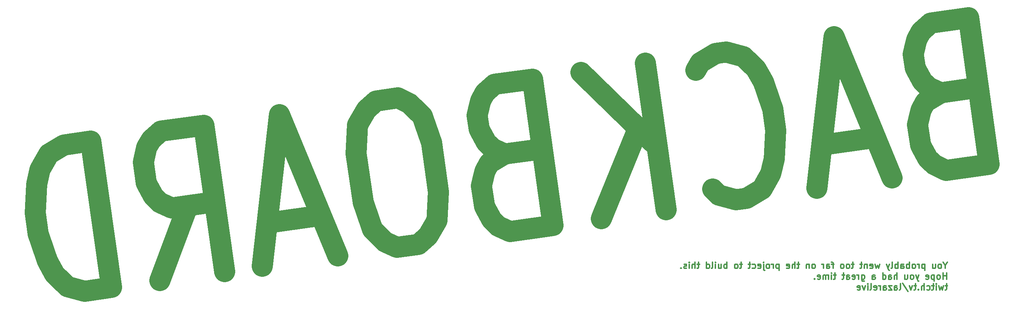
<source format=gbr>
G04 #@! TF.GenerationSoftware,KiCad,Pcbnew,(5.1.5)-3*
G04 #@! TF.CreationDate,2021-08-02T21:39:13+02:00*
G04 #@! TF.ProjectId,AnalogDrum_Backboard,416e616c-6f67-4447-9275-6d5f4261636b,rev?*
G04 #@! TF.SameCoordinates,Original*
G04 #@! TF.FileFunction,Legend,Bot*
G04 #@! TF.FilePolarity,Positive*
%FSLAX46Y46*%
G04 Gerber Fmt 4.6, Leading zero omitted, Abs format (unit mm)*
G04 Created by KiCad (PCBNEW (5.1.5)-3) date 2021-08-02 21:39:13*
%MOMM*%
%LPD*%
G04 APERTURE LIST*
%ADD10C,0.300000*%
%ADD11C,5.000000*%
G04 APERTURE END LIST*
D10*
X239192142Y-109174285D02*
X239192142Y-109888571D01*
X239692142Y-108388571D02*
X239192142Y-109174285D01*
X238692142Y-108388571D01*
X237977857Y-109888571D02*
X238120714Y-109817142D01*
X238192142Y-109745714D01*
X238263571Y-109602857D01*
X238263571Y-109174285D01*
X238192142Y-109031428D01*
X238120714Y-108960000D01*
X237977857Y-108888571D01*
X237763571Y-108888571D01*
X237620714Y-108960000D01*
X237549285Y-109031428D01*
X237477857Y-109174285D01*
X237477857Y-109602857D01*
X237549285Y-109745714D01*
X237620714Y-109817142D01*
X237763571Y-109888571D01*
X237977857Y-109888571D01*
X236192142Y-108888571D02*
X236192142Y-109888571D01*
X236835000Y-108888571D02*
X236835000Y-109674285D01*
X236763571Y-109817142D01*
X236620714Y-109888571D01*
X236406428Y-109888571D01*
X236263571Y-109817142D01*
X236192142Y-109745714D01*
X234335000Y-108888571D02*
X234335000Y-110388571D01*
X234335000Y-108960000D02*
X234192142Y-108888571D01*
X233906428Y-108888571D01*
X233763571Y-108960000D01*
X233692142Y-109031428D01*
X233620714Y-109174285D01*
X233620714Y-109602857D01*
X233692142Y-109745714D01*
X233763571Y-109817142D01*
X233906428Y-109888571D01*
X234192142Y-109888571D01*
X234335000Y-109817142D01*
X232977857Y-109888571D02*
X232977857Y-108888571D01*
X232977857Y-109174285D02*
X232906428Y-109031428D01*
X232835000Y-108960000D01*
X232692142Y-108888571D01*
X232549285Y-108888571D01*
X231835000Y-109888571D02*
X231977857Y-109817142D01*
X232049285Y-109745714D01*
X232120714Y-109602857D01*
X232120714Y-109174285D01*
X232049285Y-109031428D01*
X231977857Y-108960000D01*
X231835000Y-108888571D01*
X231620714Y-108888571D01*
X231477857Y-108960000D01*
X231406428Y-109031428D01*
X231335000Y-109174285D01*
X231335000Y-109602857D01*
X231406428Y-109745714D01*
X231477857Y-109817142D01*
X231620714Y-109888571D01*
X231835000Y-109888571D01*
X230692142Y-109888571D02*
X230692142Y-108388571D01*
X230692142Y-108960000D02*
X230549285Y-108888571D01*
X230263571Y-108888571D01*
X230120714Y-108960000D01*
X230049285Y-109031428D01*
X229977857Y-109174285D01*
X229977857Y-109602857D01*
X230049285Y-109745714D01*
X230120714Y-109817142D01*
X230263571Y-109888571D01*
X230549285Y-109888571D01*
X230692142Y-109817142D01*
X228692142Y-109888571D02*
X228692142Y-109102857D01*
X228763571Y-108960000D01*
X228906428Y-108888571D01*
X229192142Y-108888571D01*
X229335000Y-108960000D01*
X228692142Y-109817142D02*
X228835000Y-109888571D01*
X229192142Y-109888571D01*
X229335000Y-109817142D01*
X229406428Y-109674285D01*
X229406428Y-109531428D01*
X229335000Y-109388571D01*
X229192142Y-109317142D01*
X228835000Y-109317142D01*
X228692142Y-109245714D01*
X227977857Y-109888571D02*
X227977857Y-108388571D01*
X227977857Y-108960000D02*
X227835000Y-108888571D01*
X227549285Y-108888571D01*
X227406428Y-108960000D01*
X227335000Y-109031428D01*
X227263571Y-109174285D01*
X227263571Y-109602857D01*
X227335000Y-109745714D01*
X227406428Y-109817142D01*
X227549285Y-109888571D01*
X227835000Y-109888571D01*
X227977857Y-109817142D01*
X226406428Y-109888571D02*
X226549285Y-109817142D01*
X226620714Y-109674285D01*
X226620714Y-108388571D01*
X225977857Y-108888571D02*
X225620714Y-109888571D01*
X225263571Y-108888571D02*
X225620714Y-109888571D01*
X225763571Y-110245714D01*
X225835000Y-110317142D01*
X225977857Y-110388571D01*
X223692142Y-108888571D02*
X223406428Y-109888571D01*
X223120714Y-109174285D01*
X222835000Y-109888571D01*
X222549285Y-108888571D01*
X221406428Y-109817142D02*
X221549285Y-109888571D01*
X221835000Y-109888571D01*
X221977857Y-109817142D01*
X222049285Y-109674285D01*
X222049285Y-109102857D01*
X221977857Y-108960000D01*
X221835000Y-108888571D01*
X221549285Y-108888571D01*
X221406428Y-108960000D01*
X221335000Y-109102857D01*
X221335000Y-109245714D01*
X222049285Y-109388571D01*
X220692142Y-108888571D02*
X220692142Y-109888571D01*
X220692142Y-109031428D02*
X220620714Y-108960000D01*
X220477857Y-108888571D01*
X220263571Y-108888571D01*
X220120714Y-108960000D01*
X220049285Y-109102857D01*
X220049285Y-109888571D01*
X219549285Y-108888571D02*
X218977857Y-108888571D01*
X219335000Y-108388571D02*
X219335000Y-109674285D01*
X219263571Y-109817142D01*
X219120714Y-109888571D01*
X218977857Y-109888571D01*
X217549285Y-108888571D02*
X216977857Y-108888571D01*
X217335000Y-108388571D02*
X217335000Y-109674285D01*
X217263571Y-109817142D01*
X217120714Y-109888571D01*
X216977857Y-109888571D01*
X216263571Y-109888571D02*
X216406428Y-109817142D01*
X216477857Y-109745714D01*
X216549285Y-109602857D01*
X216549285Y-109174285D01*
X216477857Y-109031428D01*
X216406428Y-108960000D01*
X216263571Y-108888571D01*
X216049285Y-108888571D01*
X215906428Y-108960000D01*
X215835000Y-109031428D01*
X215763571Y-109174285D01*
X215763571Y-109602857D01*
X215835000Y-109745714D01*
X215906428Y-109817142D01*
X216049285Y-109888571D01*
X216263571Y-109888571D01*
X214906428Y-109888571D02*
X215049285Y-109817142D01*
X215120714Y-109745714D01*
X215192142Y-109602857D01*
X215192142Y-109174285D01*
X215120714Y-109031428D01*
X215049285Y-108960000D01*
X214906428Y-108888571D01*
X214692142Y-108888571D01*
X214549285Y-108960000D01*
X214477857Y-109031428D01*
X214406428Y-109174285D01*
X214406428Y-109602857D01*
X214477857Y-109745714D01*
X214549285Y-109817142D01*
X214692142Y-109888571D01*
X214906428Y-109888571D01*
X212835000Y-108888571D02*
X212263571Y-108888571D01*
X212620714Y-109888571D02*
X212620714Y-108602857D01*
X212549285Y-108460000D01*
X212406428Y-108388571D01*
X212263571Y-108388571D01*
X211120714Y-109888571D02*
X211120714Y-109102857D01*
X211192142Y-108960000D01*
X211335000Y-108888571D01*
X211620714Y-108888571D01*
X211763571Y-108960000D01*
X211120714Y-109817142D02*
X211263571Y-109888571D01*
X211620714Y-109888571D01*
X211763571Y-109817142D01*
X211835000Y-109674285D01*
X211835000Y-109531428D01*
X211763571Y-109388571D01*
X211620714Y-109317142D01*
X211263571Y-109317142D01*
X211120714Y-109245714D01*
X210406428Y-109888571D02*
X210406428Y-108888571D01*
X210406428Y-109174285D02*
X210335000Y-109031428D01*
X210263571Y-108960000D01*
X210120714Y-108888571D01*
X209977857Y-108888571D01*
X208120714Y-109888571D02*
X208263571Y-109817142D01*
X208335000Y-109745714D01*
X208406428Y-109602857D01*
X208406428Y-109174285D01*
X208335000Y-109031428D01*
X208263571Y-108960000D01*
X208120714Y-108888571D01*
X207906428Y-108888571D01*
X207763571Y-108960000D01*
X207692142Y-109031428D01*
X207620714Y-109174285D01*
X207620714Y-109602857D01*
X207692142Y-109745714D01*
X207763571Y-109817142D01*
X207906428Y-109888571D01*
X208120714Y-109888571D01*
X206977857Y-108888571D02*
X206977857Y-109888571D01*
X206977857Y-109031428D02*
X206906428Y-108960000D01*
X206763571Y-108888571D01*
X206549285Y-108888571D01*
X206406428Y-108960000D01*
X206335000Y-109102857D01*
X206335000Y-109888571D01*
X204692142Y-108888571D02*
X204120714Y-108888571D01*
X204477857Y-108388571D02*
X204477857Y-109674285D01*
X204406428Y-109817142D01*
X204263571Y-109888571D01*
X204120714Y-109888571D01*
X203620714Y-109888571D02*
X203620714Y-108388571D01*
X202977857Y-109888571D02*
X202977857Y-109102857D01*
X203049285Y-108960000D01*
X203192142Y-108888571D01*
X203406428Y-108888571D01*
X203549285Y-108960000D01*
X203620714Y-109031428D01*
X201692142Y-109817142D02*
X201835000Y-109888571D01*
X202120714Y-109888571D01*
X202263571Y-109817142D01*
X202335000Y-109674285D01*
X202335000Y-109102857D01*
X202263571Y-108960000D01*
X202120714Y-108888571D01*
X201835000Y-108888571D01*
X201692142Y-108960000D01*
X201620714Y-109102857D01*
X201620714Y-109245714D01*
X202335000Y-109388571D01*
X199835000Y-108888571D02*
X199835000Y-110388571D01*
X199835000Y-108960000D02*
X199692142Y-108888571D01*
X199406428Y-108888571D01*
X199263571Y-108960000D01*
X199192142Y-109031428D01*
X199120714Y-109174285D01*
X199120714Y-109602857D01*
X199192142Y-109745714D01*
X199263571Y-109817142D01*
X199406428Y-109888571D01*
X199692142Y-109888571D01*
X199835000Y-109817142D01*
X198477857Y-109888571D02*
X198477857Y-108888571D01*
X198477857Y-109174285D02*
X198406428Y-109031428D01*
X198335000Y-108960000D01*
X198192142Y-108888571D01*
X198049285Y-108888571D01*
X197335000Y-109888571D02*
X197477857Y-109817142D01*
X197549285Y-109745714D01*
X197620714Y-109602857D01*
X197620714Y-109174285D01*
X197549285Y-109031428D01*
X197477857Y-108960000D01*
X197335000Y-108888571D01*
X197120714Y-108888571D01*
X196977857Y-108960000D01*
X196906428Y-109031428D01*
X196835000Y-109174285D01*
X196835000Y-109602857D01*
X196906428Y-109745714D01*
X196977857Y-109817142D01*
X197120714Y-109888571D01*
X197335000Y-109888571D01*
X196192142Y-108888571D02*
X196192142Y-110174285D01*
X196263571Y-110317142D01*
X196406428Y-110388571D01*
X196477857Y-110388571D01*
X196192142Y-108388571D02*
X196263571Y-108460000D01*
X196192142Y-108531428D01*
X196120714Y-108460000D01*
X196192142Y-108388571D01*
X196192142Y-108531428D01*
X194906428Y-109817142D02*
X195049285Y-109888571D01*
X195335000Y-109888571D01*
X195477857Y-109817142D01*
X195549285Y-109674285D01*
X195549285Y-109102857D01*
X195477857Y-108960000D01*
X195335000Y-108888571D01*
X195049285Y-108888571D01*
X194906428Y-108960000D01*
X194835000Y-109102857D01*
X194835000Y-109245714D01*
X195549285Y-109388571D01*
X193549285Y-109817142D02*
X193692142Y-109888571D01*
X193977857Y-109888571D01*
X194120714Y-109817142D01*
X194192142Y-109745714D01*
X194263571Y-109602857D01*
X194263571Y-109174285D01*
X194192142Y-109031428D01*
X194120714Y-108960000D01*
X193977857Y-108888571D01*
X193692142Y-108888571D01*
X193549285Y-108960000D01*
X193120714Y-108888571D02*
X192549285Y-108888571D01*
X192906428Y-108388571D02*
X192906428Y-109674285D01*
X192835000Y-109817142D01*
X192692142Y-109888571D01*
X192549285Y-109888571D01*
X191120714Y-108888571D02*
X190549285Y-108888571D01*
X190906428Y-108388571D02*
X190906428Y-109674285D01*
X190835000Y-109817142D01*
X190692142Y-109888571D01*
X190549285Y-109888571D01*
X189835000Y-109888571D02*
X189977857Y-109817142D01*
X190049285Y-109745714D01*
X190120714Y-109602857D01*
X190120714Y-109174285D01*
X190049285Y-109031428D01*
X189977857Y-108960000D01*
X189835000Y-108888571D01*
X189620714Y-108888571D01*
X189477857Y-108960000D01*
X189406428Y-109031428D01*
X189335000Y-109174285D01*
X189335000Y-109602857D01*
X189406428Y-109745714D01*
X189477857Y-109817142D01*
X189620714Y-109888571D01*
X189835000Y-109888571D01*
X187549285Y-109888571D02*
X187549285Y-108388571D01*
X187549285Y-108960000D02*
X187406428Y-108888571D01*
X187120714Y-108888571D01*
X186977857Y-108960000D01*
X186906428Y-109031428D01*
X186835000Y-109174285D01*
X186835000Y-109602857D01*
X186906428Y-109745714D01*
X186977857Y-109817142D01*
X187120714Y-109888571D01*
X187406428Y-109888571D01*
X187549285Y-109817142D01*
X185549285Y-108888571D02*
X185549285Y-109888571D01*
X186192142Y-108888571D02*
X186192142Y-109674285D01*
X186120714Y-109817142D01*
X185977857Y-109888571D01*
X185763571Y-109888571D01*
X185620714Y-109817142D01*
X185549285Y-109745714D01*
X184835000Y-109888571D02*
X184835000Y-108888571D01*
X184835000Y-108388571D02*
X184906428Y-108460000D01*
X184835000Y-108531428D01*
X184763571Y-108460000D01*
X184835000Y-108388571D01*
X184835000Y-108531428D01*
X183906428Y-109888571D02*
X184049285Y-109817142D01*
X184120714Y-109674285D01*
X184120714Y-108388571D01*
X182692142Y-109888571D02*
X182692142Y-108388571D01*
X182692142Y-109817142D02*
X182835000Y-109888571D01*
X183120714Y-109888571D01*
X183263571Y-109817142D01*
X183335000Y-109745714D01*
X183406428Y-109602857D01*
X183406428Y-109174285D01*
X183335000Y-109031428D01*
X183263571Y-108960000D01*
X183120714Y-108888571D01*
X182835000Y-108888571D01*
X182692142Y-108960000D01*
X181049285Y-108888571D02*
X180477857Y-108888571D01*
X180835000Y-108388571D02*
X180835000Y-109674285D01*
X180763571Y-109817142D01*
X180620714Y-109888571D01*
X180477857Y-109888571D01*
X179977857Y-109888571D02*
X179977857Y-108388571D01*
X179335000Y-109888571D02*
X179335000Y-109102857D01*
X179406428Y-108960000D01*
X179549285Y-108888571D01*
X179763571Y-108888571D01*
X179906428Y-108960000D01*
X179977857Y-109031428D01*
X178620714Y-109888571D02*
X178620714Y-108888571D01*
X178620714Y-108388571D02*
X178692142Y-108460000D01*
X178620714Y-108531428D01*
X178549285Y-108460000D01*
X178620714Y-108388571D01*
X178620714Y-108531428D01*
X177977857Y-109817142D02*
X177835000Y-109888571D01*
X177549285Y-109888571D01*
X177406428Y-109817142D01*
X177335000Y-109674285D01*
X177335000Y-109602857D01*
X177406428Y-109460000D01*
X177549285Y-109388571D01*
X177763571Y-109388571D01*
X177906428Y-109317142D01*
X177977857Y-109174285D01*
X177977857Y-109102857D01*
X177906428Y-108960000D01*
X177763571Y-108888571D01*
X177549285Y-108888571D01*
X177406428Y-108960000D01*
X176692142Y-109745714D02*
X176620714Y-109817142D01*
X176692142Y-109888571D01*
X176763571Y-109817142D01*
X176692142Y-109745714D01*
X176692142Y-109888571D01*
X239477857Y-112438571D02*
X239477857Y-110938571D01*
X239477857Y-111652857D02*
X238620714Y-111652857D01*
X238620714Y-112438571D02*
X238620714Y-110938571D01*
X237692142Y-112438571D02*
X237835000Y-112367142D01*
X237906428Y-112295714D01*
X237977857Y-112152857D01*
X237977857Y-111724285D01*
X237906428Y-111581428D01*
X237835000Y-111510000D01*
X237692142Y-111438571D01*
X237477857Y-111438571D01*
X237335000Y-111510000D01*
X237263571Y-111581428D01*
X237192142Y-111724285D01*
X237192142Y-112152857D01*
X237263571Y-112295714D01*
X237335000Y-112367142D01*
X237477857Y-112438571D01*
X237692142Y-112438571D01*
X236549285Y-111438571D02*
X236549285Y-112938571D01*
X236549285Y-111510000D02*
X236406428Y-111438571D01*
X236120714Y-111438571D01*
X235977857Y-111510000D01*
X235906428Y-111581428D01*
X235835000Y-111724285D01*
X235835000Y-112152857D01*
X235906428Y-112295714D01*
X235977857Y-112367142D01*
X236120714Y-112438571D01*
X236406428Y-112438571D01*
X236549285Y-112367142D01*
X234620714Y-112367142D02*
X234763571Y-112438571D01*
X235049285Y-112438571D01*
X235192142Y-112367142D01*
X235263571Y-112224285D01*
X235263571Y-111652857D01*
X235192142Y-111510000D01*
X235049285Y-111438571D01*
X234763571Y-111438571D01*
X234620714Y-111510000D01*
X234549285Y-111652857D01*
X234549285Y-111795714D01*
X235263571Y-111938571D01*
X232906428Y-111438571D02*
X232549285Y-112438571D01*
X232192142Y-111438571D02*
X232549285Y-112438571D01*
X232692142Y-112795714D01*
X232763571Y-112867142D01*
X232906428Y-112938571D01*
X231406428Y-112438571D02*
X231549285Y-112367142D01*
X231620714Y-112295714D01*
X231692142Y-112152857D01*
X231692142Y-111724285D01*
X231620714Y-111581428D01*
X231549285Y-111510000D01*
X231406428Y-111438571D01*
X231192142Y-111438571D01*
X231049285Y-111510000D01*
X230977857Y-111581428D01*
X230906428Y-111724285D01*
X230906428Y-112152857D01*
X230977857Y-112295714D01*
X231049285Y-112367142D01*
X231192142Y-112438571D01*
X231406428Y-112438571D01*
X229620714Y-111438571D02*
X229620714Y-112438571D01*
X230263571Y-111438571D02*
X230263571Y-112224285D01*
X230192142Y-112367142D01*
X230049285Y-112438571D01*
X229835000Y-112438571D01*
X229692142Y-112367142D01*
X229620714Y-112295714D01*
X227763571Y-112438571D02*
X227763571Y-110938571D01*
X227120714Y-112438571D02*
X227120714Y-111652857D01*
X227192142Y-111510000D01*
X227335000Y-111438571D01*
X227549285Y-111438571D01*
X227692142Y-111510000D01*
X227763571Y-111581428D01*
X225763571Y-112438571D02*
X225763571Y-111652857D01*
X225835000Y-111510000D01*
X225977857Y-111438571D01*
X226263571Y-111438571D01*
X226406428Y-111510000D01*
X225763571Y-112367142D02*
X225906428Y-112438571D01*
X226263571Y-112438571D01*
X226406428Y-112367142D01*
X226477857Y-112224285D01*
X226477857Y-112081428D01*
X226406428Y-111938571D01*
X226263571Y-111867142D01*
X225906428Y-111867142D01*
X225763571Y-111795714D01*
X224406428Y-112438571D02*
X224406428Y-110938571D01*
X224406428Y-112367142D02*
X224549285Y-112438571D01*
X224835000Y-112438571D01*
X224977857Y-112367142D01*
X225049285Y-112295714D01*
X225120714Y-112152857D01*
X225120714Y-111724285D01*
X225049285Y-111581428D01*
X224977857Y-111510000D01*
X224835000Y-111438571D01*
X224549285Y-111438571D01*
X224406428Y-111510000D01*
X221906428Y-112438571D02*
X221906428Y-111652857D01*
X221977857Y-111510000D01*
X222120714Y-111438571D01*
X222406428Y-111438571D01*
X222549285Y-111510000D01*
X221906428Y-112367142D02*
X222049285Y-112438571D01*
X222406428Y-112438571D01*
X222549285Y-112367142D01*
X222620714Y-112224285D01*
X222620714Y-112081428D01*
X222549285Y-111938571D01*
X222406428Y-111867142D01*
X222049285Y-111867142D01*
X221906428Y-111795714D01*
X219406428Y-111438571D02*
X219406428Y-112652857D01*
X219477857Y-112795714D01*
X219549285Y-112867142D01*
X219692142Y-112938571D01*
X219906428Y-112938571D01*
X220049285Y-112867142D01*
X219406428Y-112367142D02*
X219549285Y-112438571D01*
X219835000Y-112438571D01*
X219977857Y-112367142D01*
X220049285Y-112295714D01*
X220120714Y-112152857D01*
X220120714Y-111724285D01*
X220049285Y-111581428D01*
X219977857Y-111510000D01*
X219835000Y-111438571D01*
X219549285Y-111438571D01*
X219406428Y-111510000D01*
X218692142Y-112438571D02*
X218692142Y-111438571D01*
X218692142Y-111724285D02*
X218620714Y-111581428D01*
X218549285Y-111510000D01*
X218406428Y-111438571D01*
X218263571Y-111438571D01*
X217192142Y-112367142D02*
X217335000Y-112438571D01*
X217620714Y-112438571D01*
X217763571Y-112367142D01*
X217835000Y-112224285D01*
X217835000Y-111652857D01*
X217763571Y-111510000D01*
X217620714Y-111438571D01*
X217335000Y-111438571D01*
X217192142Y-111510000D01*
X217120714Y-111652857D01*
X217120714Y-111795714D01*
X217835000Y-111938571D01*
X215835000Y-112438571D02*
X215835000Y-111652857D01*
X215906428Y-111510000D01*
X216049285Y-111438571D01*
X216335000Y-111438571D01*
X216477857Y-111510000D01*
X215835000Y-112367142D02*
X215977857Y-112438571D01*
X216335000Y-112438571D01*
X216477857Y-112367142D01*
X216549285Y-112224285D01*
X216549285Y-112081428D01*
X216477857Y-111938571D01*
X216335000Y-111867142D01*
X215977857Y-111867142D01*
X215835000Y-111795714D01*
X215335000Y-111438571D02*
X214763571Y-111438571D01*
X215120714Y-110938571D02*
X215120714Y-112224285D01*
X215049285Y-112367142D01*
X214906428Y-112438571D01*
X214763571Y-112438571D01*
X213335000Y-111438571D02*
X212763571Y-111438571D01*
X213120714Y-110938571D02*
X213120714Y-112224285D01*
X213049285Y-112367142D01*
X212906428Y-112438571D01*
X212763571Y-112438571D01*
X212263571Y-112438571D02*
X212263571Y-111438571D01*
X212263571Y-110938571D02*
X212335000Y-111010000D01*
X212263571Y-111081428D01*
X212192142Y-111010000D01*
X212263571Y-110938571D01*
X212263571Y-111081428D01*
X211549285Y-112438571D02*
X211549285Y-111438571D01*
X211549285Y-111581428D02*
X211477857Y-111510000D01*
X211335000Y-111438571D01*
X211120714Y-111438571D01*
X210977857Y-111510000D01*
X210906428Y-111652857D01*
X210906428Y-112438571D01*
X210906428Y-111652857D02*
X210835000Y-111510000D01*
X210692142Y-111438571D01*
X210477857Y-111438571D01*
X210335000Y-111510000D01*
X210263571Y-111652857D01*
X210263571Y-112438571D01*
X208977857Y-112367142D02*
X209120714Y-112438571D01*
X209406428Y-112438571D01*
X209549285Y-112367142D01*
X209620714Y-112224285D01*
X209620714Y-111652857D01*
X209549285Y-111510000D01*
X209406428Y-111438571D01*
X209120714Y-111438571D01*
X208977857Y-111510000D01*
X208906428Y-111652857D01*
X208906428Y-111795714D01*
X209620714Y-111938571D01*
X208263571Y-112295714D02*
X208192142Y-112367142D01*
X208263571Y-112438571D01*
X208335000Y-112367142D01*
X208263571Y-112295714D01*
X208263571Y-112438571D01*
X239692142Y-113988571D02*
X239120714Y-113988571D01*
X239477857Y-113488571D02*
X239477857Y-114774285D01*
X239406428Y-114917142D01*
X239263571Y-114988571D01*
X239120714Y-114988571D01*
X238763571Y-113988571D02*
X238477857Y-114988571D01*
X238192142Y-114274285D01*
X237906428Y-114988571D01*
X237620714Y-113988571D01*
X237049285Y-114988571D02*
X237049285Y-113988571D01*
X237049285Y-113488571D02*
X237120714Y-113560000D01*
X237049285Y-113631428D01*
X236977857Y-113560000D01*
X237049285Y-113488571D01*
X237049285Y-113631428D01*
X236549285Y-113988571D02*
X235977857Y-113988571D01*
X236335000Y-113488571D02*
X236335000Y-114774285D01*
X236263571Y-114917142D01*
X236120714Y-114988571D01*
X235977857Y-114988571D01*
X234835000Y-114917142D02*
X234977857Y-114988571D01*
X235263571Y-114988571D01*
X235406428Y-114917142D01*
X235477857Y-114845714D01*
X235549285Y-114702857D01*
X235549285Y-114274285D01*
X235477857Y-114131428D01*
X235406428Y-114060000D01*
X235263571Y-113988571D01*
X234977857Y-113988571D01*
X234835000Y-114060000D01*
X234192142Y-114988571D02*
X234192142Y-113488571D01*
X233549285Y-114988571D02*
X233549285Y-114202857D01*
X233620714Y-114060000D01*
X233763571Y-113988571D01*
X233977857Y-113988571D01*
X234120714Y-114060000D01*
X234192142Y-114131428D01*
X232835000Y-114845714D02*
X232763571Y-114917142D01*
X232835000Y-114988571D01*
X232906428Y-114917142D01*
X232835000Y-114845714D01*
X232835000Y-114988571D01*
X232335000Y-113988571D02*
X231763571Y-113988571D01*
X232120714Y-113488571D02*
X232120714Y-114774285D01*
X232049285Y-114917142D01*
X231906428Y-114988571D01*
X231763571Y-114988571D01*
X231406428Y-113988571D02*
X231049285Y-114988571D01*
X230692142Y-113988571D01*
X229049285Y-113417142D02*
X230335000Y-115345714D01*
X228335000Y-114988571D02*
X228477857Y-114917142D01*
X228549285Y-114774285D01*
X228549285Y-113488571D01*
X227120714Y-114988571D02*
X227120714Y-114202857D01*
X227192142Y-114060000D01*
X227335000Y-113988571D01*
X227620714Y-113988571D01*
X227763571Y-114060000D01*
X227120714Y-114917142D02*
X227263571Y-114988571D01*
X227620714Y-114988571D01*
X227763571Y-114917142D01*
X227835000Y-114774285D01*
X227835000Y-114631428D01*
X227763571Y-114488571D01*
X227620714Y-114417142D01*
X227263571Y-114417142D01*
X227120714Y-114345714D01*
X226549285Y-113988571D02*
X225763571Y-113988571D01*
X226549285Y-114988571D01*
X225763571Y-114988571D01*
X224549285Y-114988571D02*
X224549285Y-114202857D01*
X224620714Y-114060000D01*
X224763571Y-113988571D01*
X225049285Y-113988571D01*
X225192142Y-114060000D01*
X224549285Y-114917142D02*
X224692142Y-114988571D01*
X225049285Y-114988571D01*
X225192142Y-114917142D01*
X225263571Y-114774285D01*
X225263571Y-114631428D01*
X225192142Y-114488571D01*
X225049285Y-114417142D01*
X224692142Y-114417142D01*
X224549285Y-114345714D01*
X223835000Y-114988571D02*
X223835000Y-113988571D01*
X223835000Y-114274285D02*
X223763571Y-114131428D01*
X223692142Y-114060000D01*
X223549285Y-113988571D01*
X223406428Y-113988571D01*
X222335000Y-114917142D02*
X222477857Y-114988571D01*
X222763571Y-114988571D01*
X222906428Y-114917142D01*
X222977857Y-114774285D01*
X222977857Y-114202857D01*
X222906428Y-114060000D01*
X222763571Y-113988571D01*
X222477857Y-113988571D01*
X222335000Y-114060000D01*
X222263571Y-114202857D01*
X222263571Y-114345714D01*
X222977857Y-114488571D01*
X221406428Y-114988571D02*
X221549285Y-114917142D01*
X221620714Y-114774285D01*
X221620714Y-113488571D01*
X220835000Y-114988571D02*
X220835000Y-113988571D01*
X220835000Y-113488571D02*
X220906428Y-113560000D01*
X220835000Y-113631428D01*
X220763571Y-113560000D01*
X220835000Y-113488571D01*
X220835000Y-113631428D01*
X220263571Y-113988571D02*
X219906428Y-114988571D01*
X219549285Y-113988571D01*
X218406428Y-114917142D02*
X218549285Y-114988571D01*
X218835000Y-114988571D01*
X218977857Y-114917142D01*
X219049285Y-114774285D01*
X219049285Y-114202857D01*
X218977857Y-114060000D01*
X218835000Y-113988571D01*
X218549285Y-113988571D01*
X218406428Y-114060000D01*
X218335000Y-114202857D01*
X218335000Y-114345714D01*
X219049285Y-114488571D01*
D11*
X238033211Y-68299382D02*
X234445561Y-70486639D01*
X233404314Y-72316023D01*
X232595023Y-75795853D01*
X233290888Y-80747193D01*
X235028000Y-83869150D01*
X236533157Y-85340660D01*
X239311516Y-86633233D01*
X249497130Y-85201738D01*
X244626072Y-50542356D01*
X235713659Y-51794914D01*
X233399211Y-53803234D01*
X232357964Y-55632618D01*
X231548673Y-59112448D01*
X232012583Y-62413342D01*
X233749695Y-65535299D01*
X235254852Y-67006809D01*
X238033211Y-68299382D01*
X246945624Y-67046824D01*
X222641363Y-78877795D02*
X209909345Y-80667163D01*
X226579498Y-88422602D02*
X212796027Y-55015777D01*
X208754673Y-90927717D01*
X184099928Y-91026624D02*
X185605085Y-92498134D01*
X189656646Y-93611770D01*
X192203049Y-93253896D01*
X195790700Y-91066639D01*
X197873193Y-87407872D01*
X198682484Y-83928041D01*
X199027865Y-77147318D01*
X198332000Y-72195977D01*
X196130977Y-65773127D01*
X194393865Y-62651170D01*
X191383551Y-59708150D01*
X187331991Y-58594514D01*
X184785587Y-58952388D01*
X181197937Y-61139645D01*
X180156690Y-62969029D01*
X173105022Y-95937949D02*
X168233964Y-61278567D01*
X157826601Y-98085191D02*
X166501955Y-76669398D01*
X152955542Y-63425809D02*
X171017426Y-81083928D01*
X134903865Y-82793266D02*
X131316215Y-84980523D01*
X130274968Y-86809907D01*
X129465677Y-90289738D01*
X130161542Y-95241078D01*
X131898654Y-98363035D01*
X133403811Y-99834545D01*
X136182170Y-101127118D01*
X146367784Y-99695623D01*
X141496726Y-65036240D01*
X132584313Y-66288798D01*
X130269865Y-68297119D01*
X129228618Y-70126502D01*
X128419327Y-73606333D01*
X128883237Y-76907226D01*
X130620349Y-80029183D01*
X132125506Y-81500693D01*
X134903865Y-82793266D01*
X143816278Y-81540708D01*
X109666681Y-69509662D02*
X104573874Y-70225409D01*
X102259425Y-72233729D01*
X100176932Y-75892497D01*
X99831551Y-82673221D01*
X101455237Y-94226348D01*
X103656259Y-100649198D01*
X106666573Y-103592218D01*
X109444932Y-104884791D01*
X114537739Y-104169044D01*
X116852188Y-102160723D01*
X118934681Y-98501956D01*
X119280062Y-91721232D01*
X117656376Y-80168105D01*
X115455354Y-73745255D01*
X112445040Y-70802235D01*
X109666681Y-69509662D01*
X91501578Y-97308290D02*
X78769560Y-99097658D01*
X95439712Y-106853097D02*
X81656241Y-73446272D01*
X77614887Y-109358212D01*
X53424053Y-112758012D02*
X60016914Y-95000987D01*
X68702474Y-110610770D02*
X63831416Y-75951388D01*
X53645801Y-77382883D01*
X51331353Y-79391203D01*
X50290106Y-81220587D01*
X49480815Y-84700417D01*
X50176680Y-89651758D01*
X51913793Y-92773714D01*
X53418950Y-94245224D01*
X56197308Y-95537797D01*
X66382923Y-94106303D01*
X41965237Y-114368444D02*
X37094178Y-79709062D01*
X30728169Y-80603746D01*
X27140519Y-82791003D01*
X25058026Y-86449770D01*
X24248734Y-89929601D01*
X23903353Y-96710325D01*
X24599218Y-101661665D01*
X26800241Y-108084515D01*
X28537353Y-111206472D01*
X31547667Y-114149492D01*
X35599228Y-115263128D01*
X41965237Y-114368444D01*
M02*

</source>
